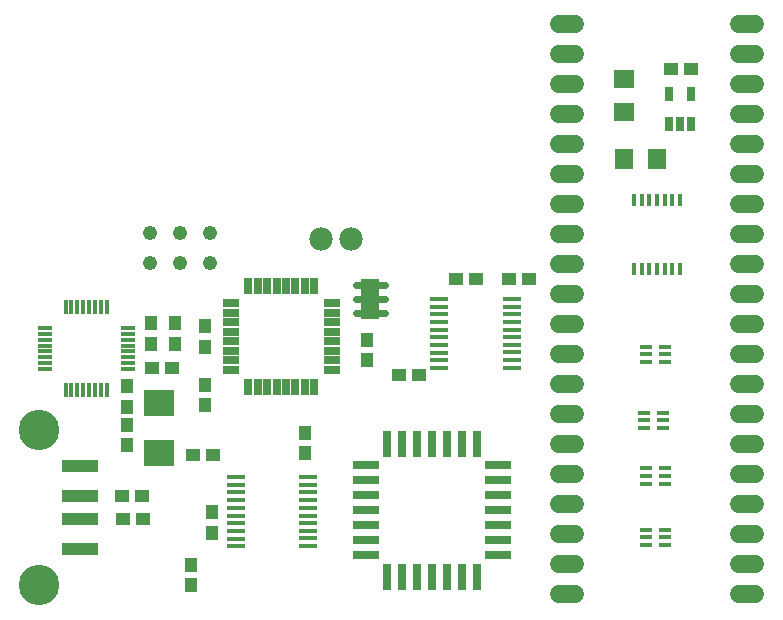
<source format=gts>
G75*
%MOIN*%
%OFA0B0*%
%FSLAX25Y25*%
%IPPOS*%
%LPD*%
%AMOC8*
5,1,8,0,0,1.08239X$1,22.5*
%
%ADD10R,0.04337X0.04731*%
%ADD11R,0.04731X0.04337*%
%ADD12R,0.02565X0.05124*%
%ADD13R,0.04900X0.01400*%
%ADD14R,0.01400X0.04900*%
%ADD15R,0.05400X0.02600*%
%ADD16R,0.02600X0.05400*%
%ADD17R,0.06306X0.01778*%
%ADD18C,0.04808*%
%ADD19C,0.05950*%
%ADD20C,0.06306*%
%ADD21R,0.05912X0.06699*%
%ADD22R,0.06699X0.05912*%
%ADD23R,0.09061X0.02762*%
%ADD24R,0.02762X0.09061*%
%ADD25C,0.02172*%
%ADD26R,0.06040X0.13760*%
%ADD27C,0.07800*%
%ADD28C,0.13500*%
%ADD29R,0.12211X0.03943*%
%ADD30R,0.09849X0.09061*%
%ADD31R,0.01600X0.04300*%
%ADD32R,0.04298X0.01581*%
D10*
X0071237Y0069207D03*
X0071237Y0075900D03*
X0071137Y0082007D03*
X0071137Y0088700D03*
X0079037Y0103007D03*
X0079037Y0109700D03*
X0087037Y0109700D03*
X0087037Y0103007D03*
X0097037Y0102007D03*
X0097037Y0108700D03*
X0097037Y0089200D03*
X0097037Y0082507D03*
X0130537Y0073200D03*
X0130537Y0066507D03*
X0099537Y0046700D03*
X0099537Y0040007D03*
X0092537Y0029200D03*
X0092537Y0022507D03*
X0150963Y0097645D03*
X0150963Y0104338D03*
D11*
X0161904Y0092365D03*
X0168596Y0092365D03*
X0180904Y0124365D03*
X0187596Y0124365D03*
X0198404Y0124365D03*
X0205096Y0124365D03*
X0252478Y0194641D03*
X0259171Y0194641D03*
X0099884Y0065853D03*
X0093191Y0065853D03*
X0076284Y0052053D03*
X0069591Y0052053D03*
X0069691Y0044353D03*
X0076384Y0044353D03*
X0079391Y0094953D03*
X0086084Y0094953D03*
D12*
X0251685Y0176022D03*
X0255425Y0176022D03*
X0259165Y0176022D03*
X0259165Y0186259D03*
X0251685Y0186259D03*
D13*
X0071317Y0108243D03*
X0071317Y0106275D03*
X0071317Y0104306D03*
X0071317Y0102338D03*
X0071317Y0100369D03*
X0071317Y0098401D03*
X0071317Y0096432D03*
X0071317Y0094464D03*
X0043758Y0094464D03*
X0043758Y0096432D03*
X0043758Y0098401D03*
X0043758Y0100369D03*
X0043758Y0102338D03*
X0043758Y0104306D03*
X0043758Y0106275D03*
X0043758Y0108243D03*
D14*
X0050648Y0115133D03*
X0052616Y0115133D03*
X0054585Y0115133D03*
X0056553Y0115133D03*
X0058522Y0115133D03*
X0060490Y0115133D03*
X0062459Y0115133D03*
X0064427Y0115133D03*
X0064427Y0087574D03*
X0062459Y0087574D03*
X0060490Y0087574D03*
X0058522Y0087574D03*
X0056553Y0087574D03*
X0054585Y0087574D03*
X0052616Y0087574D03*
X0050648Y0087574D03*
D15*
X0105637Y0094330D03*
X0105637Y0097479D03*
X0105637Y0100629D03*
X0105637Y0103779D03*
X0105637Y0106928D03*
X0105637Y0110078D03*
X0105637Y0113227D03*
X0105637Y0116377D03*
X0139437Y0116377D03*
X0139437Y0113227D03*
X0139437Y0110078D03*
X0139437Y0106928D03*
X0139437Y0103779D03*
X0139437Y0100629D03*
X0139437Y0097479D03*
X0139437Y0094330D03*
D16*
X0133561Y0088453D03*
X0130411Y0088453D03*
X0127262Y0088453D03*
X0124112Y0088453D03*
X0120963Y0088453D03*
X0117813Y0088453D03*
X0114663Y0088453D03*
X0111514Y0088453D03*
X0111514Y0122253D03*
X0114663Y0122253D03*
X0117813Y0122253D03*
X0120963Y0122253D03*
X0124112Y0122253D03*
X0127262Y0122253D03*
X0130411Y0122253D03*
X0133561Y0122253D03*
D17*
X0175183Y0117881D03*
X0175183Y0115322D03*
X0175183Y0112763D03*
X0175183Y0110204D03*
X0175183Y0107645D03*
X0175183Y0105086D03*
X0175183Y0102527D03*
X0175183Y0099968D03*
X0175183Y0097409D03*
X0175183Y0094850D03*
X0199317Y0094909D03*
X0199317Y0097468D03*
X0199317Y0100027D03*
X0199317Y0102586D03*
X0199317Y0105086D03*
X0199317Y0107645D03*
X0199317Y0110204D03*
X0199317Y0112763D03*
X0199317Y0115322D03*
X0199317Y0117881D03*
X0131604Y0058469D03*
X0131604Y0055910D03*
X0131604Y0053351D03*
X0131604Y0050792D03*
X0131604Y0048233D03*
X0131604Y0045674D03*
X0131604Y0043174D03*
X0131604Y0040615D03*
X0131604Y0038056D03*
X0131604Y0035497D03*
X0107470Y0035438D03*
X0107470Y0037997D03*
X0107470Y0040556D03*
X0107470Y0043115D03*
X0107470Y0045674D03*
X0107470Y0048233D03*
X0107470Y0050792D03*
X0107470Y0053351D03*
X0107470Y0055910D03*
X0107470Y0058469D03*
D18*
X0098762Y0129928D03*
X0088762Y0129928D03*
X0078762Y0129928D03*
X0078762Y0139928D03*
X0088762Y0139928D03*
X0098762Y0139928D03*
D19*
X0214975Y0139365D02*
X0220525Y0139365D01*
X0220525Y0129365D02*
X0214975Y0129365D01*
X0214975Y0119365D02*
X0220525Y0119365D01*
X0220525Y0109365D02*
X0214975Y0109365D01*
X0214975Y0099365D02*
X0220525Y0099365D01*
X0220525Y0089365D02*
X0214975Y0089365D01*
X0214975Y0079365D02*
X0220525Y0079365D01*
X0220525Y0069365D02*
X0214975Y0069365D01*
X0214975Y0059365D02*
X0220525Y0059365D01*
X0220525Y0049365D02*
X0214975Y0049365D01*
X0214975Y0039365D02*
X0220525Y0039365D01*
X0220525Y0029365D02*
X0214975Y0029365D01*
X0214975Y0019365D02*
X0220525Y0019365D01*
X0274975Y0019365D02*
X0280525Y0019365D01*
X0280525Y0029365D02*
X0274975Y0029365D01*
X0274975Y0039365D02*
X0280525Y0039365D01*
X0280525Y0049365D02*
X0274975Y0049365D01*
X0274975Y0059365D02*
X0280525Y0059365D01*
X0280525Y0069365D02*
X0274975Y0069365D01*
X0274975Y0079365D02*
X0280525Y0079365D01*
X0280525Y0089365D02*
X0274975Y0089365D01*
X0274975Y0099365D02*
X0280525Y0099365D01*
X0280525Y0109365D02*
X0274975Y0109365D01*
X0274975Y0119365D02*
X0280525Y0119365D01*
X0280525Y0129365D02*
X0274975Y0129365D01*
X0274975Y0139365D02*
X0280525Y0139365D01*
X0280525Y0149365D02*
X0274975Y0149365D01*
X0274975Y0159365D02*
X0280525Y0159365D01*
X0280525Y0169365D02*
X0274975Y0169365D01*
X0274975Y0179365D02*
X0280525Y0179365D01*
X0280525Y0189365D02*
X0274975Y0189365D01*
X0274975Y0199365D02*
X0280525Y0199365D01*
X0280525Y0209365D02*
X0274975Y0209365D01*
X0220525Y0209365D02*
X0214975Y0209365D01*
X0214975Y0199365D02*
X0220525Y0199365D01*
X0220525Y0189365D02*
X0214975Y0189365D01*
X0214975Y0179365D02*
X0220525Y0179365D01*
X0220525Y0169365D02*
X0214975Y0169365D01*
X0214975Y0159365D02*
X0220525Y0159365D01*
X0220525Y0149365D02*
X0214975Y0149365D01*
D20*
X0217750Y0149365D03*
X0217750Y0159365D03*
X0217750Y0169365D03*
X0217750Y0179365D03*
X0217750Y0189365D03*
X0217750Y0199365D03*
X0217750Y0209365D03*
X0277750Y0209365D03*
X0277750Y0199365D03*
X0277750Y0189365D03*
X0277750Y0179365D03*
X0277750Y0169365D03*
X0277750Y0159365D03*
X0277750Y0149365D03*
X0277750Y0139365D03*
X0277750Y0129365D03*
X0277750Y0119365D03*
X0277750Y0109365D03*
X0277750Y0099365D03*
X0277750Y0089365D03*
X0277750Y0079365D03*
X0277750Y0069365D03*
X0277750Y0059365D03*
X0277750Y0049365D03*
X0277750Y0039365D03*
X0277750Y0029365D03*
X0277750Y0019365D03*
X0217750Y0019365D03*
X0217750Y0029365D03*
X0217750Y0039365D03*
X0217750Y0049365D03*
X0217750Y0059365D03*
X0217750Y0069365D03*
X0217750Y0079365D03*
X0217750Y0089365D03*
X0217750Y0099365D03*
X0217750Y0109365D03*
X0217750Y0119365D03*
X0217750Y0129365D03*
X0217750Y0139365D03*
D21*
X0236829Y0164511D03*
X0247852Y0164511D03*
D22*
X0236750Y0180011D03*
X0236750Y0191035D03*
D23*
X0194797Y0062365D03*
X0194797Y0057365D03*
X0194797Y0052365D03*
X0194797Y0047365D03*
X0194797Y0042365D03*
X0194797Y0037365D03*
X0194797Y0032365D03*
X0150703Y0032365D03*
X0150703Y0037365D03*
X0150703Y0042365D03*
X0150703Y0047365D03*
X0150703Y0052365D03*
X0150703Y0057365D03*
X0150703Y0062365D03*
D24*
X0157750Y0069413D03*
X0162750Y0069413D03*
X0167750Y0069413D03*
X0172750Y0069413D03*
X0177750Y0069413D03*
X0182750Y0069413D03*
X0187750Y0069413D03*
X0187750Y0025318D03*
X0182750Y0025318D03*
X0177750Y0025318D03*
X0172750Y0025318D03*
X0167750Y0025318D03*
X0162750Y0025318D03*
X0157750Y0025318D03*
D25*
X0157114Y0113141D02*
X0147386Y0113141D01*
X0147386Y0117865D02*
X0157114Y0117865D01*
X0157114Y0122590D02*
X0147386Y0122590D01*
D26*
X0152260Y0117855D03*
D27*
X0145750Y0137865D03*
X0135750Y0137865D03*
D28*
X0041750Y0022515D03*
X0041750Y0074215D03*
D29*
X0055333Y0062176D03*
X0055333Y0052302D03*
X0055333Y0044428D03*
X0055333Y0034554D03*
D30*
X0081750Y0066598D03*
X0081750Y0083133D03*
D31*
X0240073Y0127878D03*
X0242632Y0127878D03*
X0245191Y0127878D03*
X0247750Y0127878D03*
X0250309Y0127878D03*
X0252868Y0127878D03*
X0255427Y0127878D03*
X0255427Y0150853D03*
X0252868Y0150853D03*
X0250309Y0150853D03*
X0247750Y0150853D03*
X0245191Y0150853D03*
X0242632Y0150853D03*
X0240073Y0150853D03*
D32*
X0244100Y0101924D03*
X0244100Y0099365D03*
X0244100Y0096806D03*
X0250439Y0096806D03*
X0250439Y0099365D03*
X0250439Y0101924D03*
X0249939Y0079924D03*
X0249939Y0077365D03*
X0249939Y0074806D03*
X0243600Y0074806D03*
X0243600Y0077365D03*
X0243600Y0079924D03*
X0244100Y0061424D03*
X0244100Y0058865D03*
X0244100Y0056306D03*
X0250439Y0056306D03*
X0250439Y0058865D03*
X0250439Y0061424D03*
X0250439Y0040924D03*
X0250439Y0038365D03*
X0250439Y0035806D03*
X0244100Y0035806D03*
X0244100Y0038365D03*
X0244100Y0040924D03*
M02*

</source>
